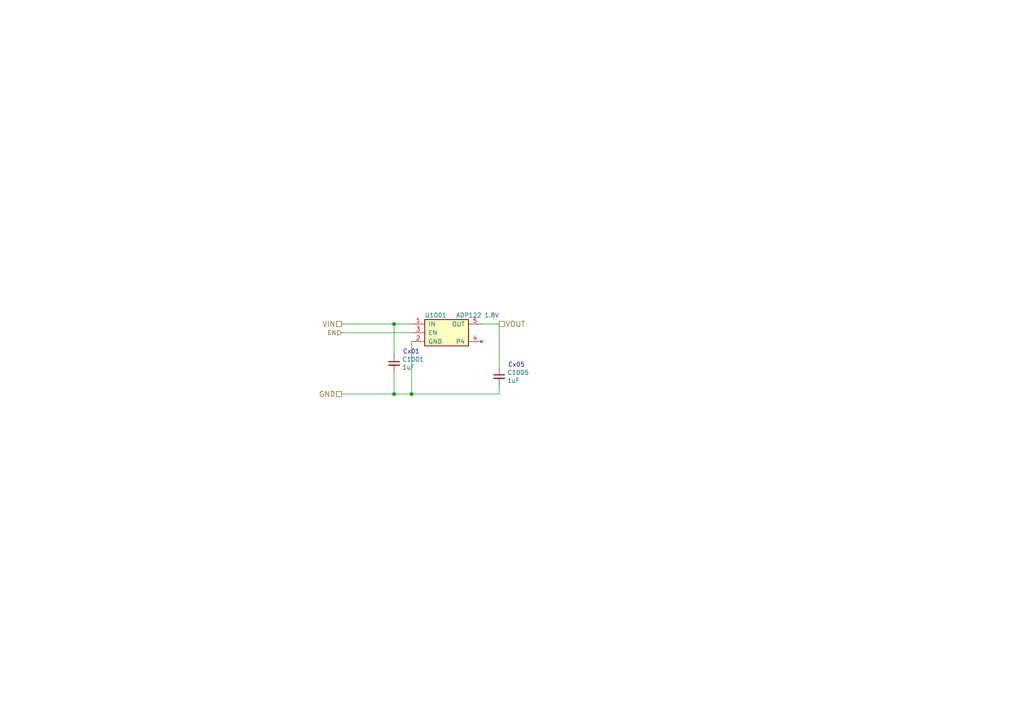
<source format=kicad_sch>
(kicad_sch (version 20211123) (generator eeschema)
  (paper "A4")
  (lib_symbols
    (symbol "Device:C_Small" (pin_numbers hide) (pin_names (offset 0.254) hide)
      (property "Reference" "C" (at 0.254 1.778 0))
      (property "Value" "C_Small" (at 0.254 -2.032 0))
      (symbol "C_Small_0_1"
        (polyline (pts (xy -1.524 -0.508) (xy 1.524 -0.508)) (stroke (width 0.3302)))
        (polyline (pts (xy -1.524 0.508) (xy 1.524 0.508)) (stroke (width 0.3048)))
      )
      (symbol "C_Small_1_1"
        (pin passive line (at 0 2.54 270) (length 2.032) (name "~") (number "1"))
        (pin passive line (at 0 -2.54 90) (length 2.032) (name "~") (number "2"))
      )
    )
    (symbol "KwanSystems:ADP122" (pin_names (offset 1.016))
      (property "Reference" "U" (at -6.35 5.08 0))
      (property "Value" "ADP122" (at 15.24 5.08 0))
      (symbol "ADP122_0_1"
        (rectangle (start -6.35 3.81) (end 6.35 -3.81) (stroke (width 0.254)) (fill (type background)))
      )
      (symbol "ADP122_1_1"
        (pin power_in line (at -10.16 2.54 0) (length 3.81) (name "IN") (number "1"))
        (pin power_in line (at -10.16 -2.54 0) (length 3.81) (name "GND") (number "2"))
        (pin input line (at -10.16 0 0) (length 3.81) (name "EN") (number "3"))
        (pin no_connect line (at 10.16 -2.54 180) (length 3.81) (name "P4") (number "4"))
        (pin power_out line (at 10.16 2.54 180) (length 3.81) (name "OUT") (number "5"))
      )
    )
  )
  (junction (at 114.3 93.98))
  (junction (at 114.3 114.3))
  (junction (at 119.38 114.3))
  (wire (pts (xy 114.3 93.98) (xy 114.3 102.87)))
  (wire (pts (xy 99.06 114.3) (xy 114.3 114.3)))
  (wire (pts (xy 144.78 114.3) (xy 144.78 111.76)))
  (wire (pts (xy 119.38 99.06) (xy 119.38 114.3)))
  (wire (pts (xy 119.38 114.3) (xy 144.78 114.3)))
  (wire (pts (xy 144.78 106.68) (xy 144.78 93.98)))
  (wire (pts (xy 114.3 93.98) (xy 119.38 93.98)))
  (wire (pts (xy 114.3 114.3) (xy 119.38 114.3)))
  (wire (pts (xy 99.06 93.98) (xy 114.3 93.98)))
  (wire (pts (xy 144.78 93.98) (xy 139.7 93.98)))
  (wire (pts (xy 99.06 96.52) (xy 119.38 96.52)))
  (wire (pts (xy 114.3 114.3) (xy 114.3 107.95)))
  (text "Cx01" (at 116.84 102.87 0) (effects (font (size 1.27 1.27)) (justify left bottom)))
  (text "Cx05" (at 147.32 106.68 0) (effects (font (size 1.27 1.27)) (justify left bottom)))
  (hierarchical_label "VOUT" (shape passive) (at 144.78 93.98 0) (effects (font (size 1.524 1.524))))
  (hierarchical_label "VIN" (shape passive) (at 99.06 93.98 180) (effects (font (size 1.524 1.524))))
  (hierarchical_label "GND" (shape passive) (at 99.06 114.3 180) (effects (font (size 1.524 1.524))))
  (hierarchical_label "EN" (shape input) (at 99.06 96.52 180))
  (symbol (lib_id "Device:C_Small") (at 114.3 105.41 0)
    (property "Reference" "C1001" (at 116.6368 104.2416 0) (effects (justify left)))
    (property "Value" "1uF" (at 116.6368 106.553 0) (effects (justify left)))
    (property "Footprint" "Capacitor_SMD:C_0402_1005Metric" (effects hide))
    (property "Datasheet" "https://product.tdk.com/info/en/catalog/datasheets/mlcc_commercial_general_en.pdf" (effects hide))
    (property "Purpose" "Regulator Input" (effects hide))
  )
  (symbol (lib_id "Device:C_Small") (at 144.78 109.22 0)
    (property "Reference" "C1005" (at 147.1168 108.0516 0) (effects (justify left)))
    (property "Value" "1uF" (at 147.1168 110.363 0) (effects (justify left)))
    (property "Footprint" "Capacitor_SMD:C_0402_1005Metric" (effects hide))
    (property "Datasheet" "https://product.tdk.com/info/en/catalog/datasheets/mlcc_commercial_general_en.pdf" (effects hide))
    (property "Purpose" "Shoulder Regulator output" (effects hide))
    (property "Dielectric" "X5R" (effects hide))
    (property "Max Voltage" "6.3V" (effects hide))
    (property "Precision" "10%" (effects hide))
  )
  (symbol (lib_id "KwanSystems:ADP122") (at 129.54 96.52 0)
    (property "Reference" "U1001" (at 123.19 91.44 0) (effects (justify left)))
    (property "Value" "ADP122 1.8V" (at 144.78 91.44 0) (effects (justify right)))
    (property "Footprint" "Package_TO_SOT_SMD:SOT-23-5" (effects hide))
    (property "Datasheet" "https://www.analog.com/media/en/technical-documentation/data-sheets/ADP122_123.pdf" (effects hide))
    (property "Digikey" "505-ADP122AUJZ-3.3-R7CT-ND" (effects hide))
    (property "Purpose" "Regulator" (effects hide))
  )
)
</source>
